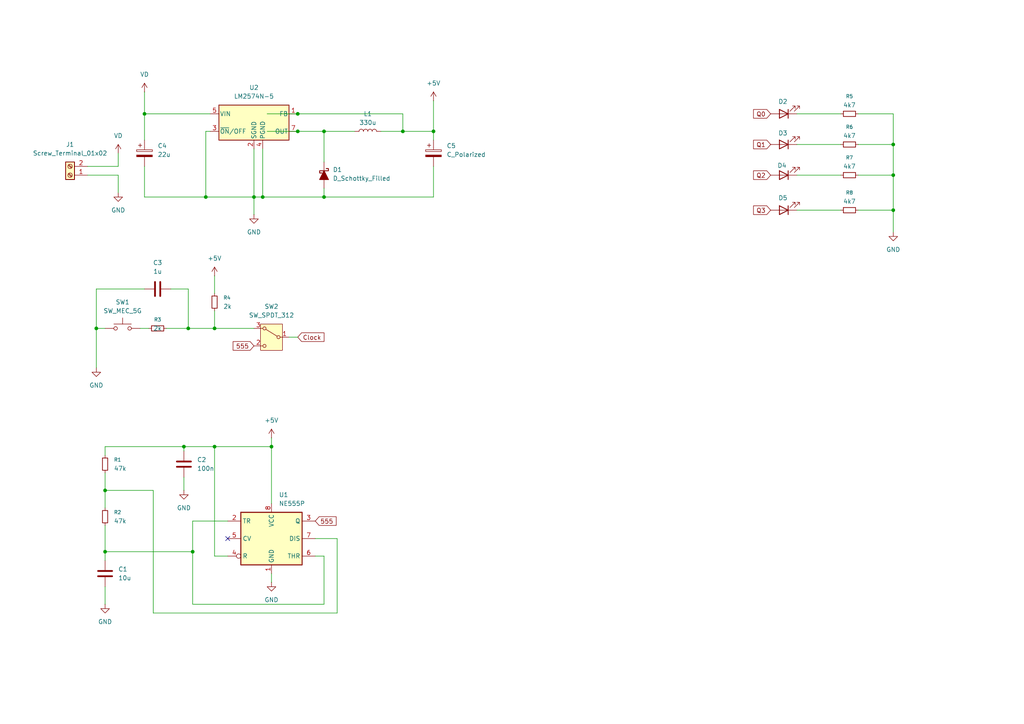
<source format=kicad_sch>
(kicad_sch (version 20250114) (generator "eeschema") (generator_version "9.0")
  (paper "A4")
  (title_block (title "BCD brojač") (date "2025-10-21") (rev "0") (company "TVZ") (comment 1 "izradio Ante Leko"))
  (lib_symbols
    (symbol "Connector:Screw_Terminal_01x02" (pin_names (offset 1.016) (hide yes))
      (property "Reference" "J" (at 0 2.54 0))
      (property "Value" "Screw_Terminal_01x02" (at 0 -5.08 0))
      (symbol "Screw_Terminal_01x02_1_1"
        (rectangle (start -1.27 1.27) (end 1.27 -3.81) (stroke (width 0.254)) (fill (type background)))
        (polyline (pts (xy -0.5334 0.3302) (xy 0.3302 -0.508)) (stroke (width 0.1524)))
        (polyline (pts (xy -0.5334 -2.2098) (xy 0.3302 -3.048)) (stroke (width 0.1524)))
        (polyline (pts (xy -0.3556 0.508) (xy 0.508 -0.3302)) (stroke (width 0.1524)))
        (polyline (pts (xy -0.3556 -2.032) (xy 0.508 -2.8702)) (stroke (width 0.1524)))
        (circle (center 0 0) (radius 0.635) (stroke (width 0.1524)))
        (circle (center 0 -2.54) (radius 0.635) (stroke (width 0.1524)))
        (pin passive line (at -5.08 0 0) (length 3.81) (name "Pin_1") (number "1"))
        (pin passive line (at -5.08 -2.54 0) (length 3.81) (name "Pin_2") (number "2"))
      )
    )
    (symbol "Device:C" (pin_numbers (hide yes)) (pin_names (offset 0.254))
      (property "Reference" "C" (at 0.635 2.54 0))
      (property "Value" "C" (at 0.635 -2.54 0))
      (symbol "C_0_1"
        (polyline (pts (xy -2.032 0.762) (xy 2.032 0.762)) (stroke (width 0.508)))
        (polyline (pts (xy -2.032 -0.762) (xy 2.032 -0.762)) (stroke (width 0.508)))
      )
      (symbol "C_1_1"
        (pin passive line (at 0 3.81 270) (length 2.794) (name "~") (number "1"))
        (pin passive line (at 0 -3.81 90) (length 2.794) (name "~") (number "2"))
      )
    )
    (symbol "Device:C_Polarized" (pin_numbers (hide yes)) (pin_names (offset 0.254))
      (property "Reference" "C" (at 0.635 2.54 0))
      (property "Value" "C_Polarized" (at 0.635 -2.54 0))
      (symbol "C_Polarized_0_1"
        (rectangle (start -2.286 0.508) (end 2.286 1.016))
        (polyline (pts (xy -1.778 2.286) (xy -0.762 2.286)))
        (polyline (pts (xy -1.27 2.794) (xy -1.27 1.778)))
        (rectangle (start 2.286 -0.508) (end -2.286 -1.016) (fill (type outline)))
      )
      (symbol "C_Polarized_1_1"
        (pin passive line (at 0 3.81 270) (length 2.794) (name "~") (number "1"))
        (pin passive line (at 0 -3.81 90) (length 2.794) (name "~") (number "2"))
      )
    )
    (symbol "Device:D_Schottky_Filled" (pin_numbers (hide yes)) (pin_names (offset 1.016) (hide yes))
      (property "Reference" "D" (at 0 2.54 0))
      (property "Value" "D_Schottky_Filled" (at 0 -2.54 0))
      (symbol "D_Schottky_Filled_0_1"
        (polyline (pts (xy -1.905 0.635) (xy -1.905 1.27) (xy -1.27 1.27) (xy -1.27 -1.27) (xy -0.635 -1.27) (xy -0.635 -0.635)) (stroke (width 0.254)))
        (polyline (pts (xy 1.27 1.27) (xy 1.27 -1.27) (xy -1.27 0) (xy 1.27 1.27)) (stroke (width 0.254)) (fill (type outline)))
        (polyline (pts (xy 1.27 0) (xy -1.27 0)))
      )
      (symbol "D_Schottky_Filled_1_1"
        (pin passive line (at -3.81 0 0) (length 2.54) (name "K") (number "1"))
        (pin passive line (at 3.81 0 180) (length 2.54) (name "A") (number "2"))
      )
    )
    (symbol "Device:L" (pin_numbers (hide yes)) (pin_names (offset 1.016) (hide yes))
      (property "Reference" "L" (at -1.27 0 90))
      (property "Value" "L" (at 1.905 0 90))
      (symbol "L_0_1"
        (arc (start 0 2.54) (mid 0.6323 1.905) (end 0 1.27))
        (arc (start 0 1.27) (mid 0.6323 0.635) (end 0 0))
        (arc (start 0 0) (mid 0.6323 -0.635) (end 0 -1.27))
        (arc (start 0 -1.27) (mid 0.6323 -1.905) (end 0 -2.54))
      )
      (symbol "L_1_1"
        (pin passive line (at 0 3.81 270) (length 1.27) (name "1") (number "1"))
        (pin passive line (at 0 -3.81 90) (length 1.27) (name "2") (number "2"))
      )
    )
    (symbol "Device:LED" (pin_numbers (hide yes)) (pin_names (offset 1.016) (hide yes))
      (property "Reference" "D" (at 0 2.54 0))
      (property "Value" "LED" (at 0 -2.54 0))
      (symbol "LED_0_1"
        (polyline (pts (xy -3.048 -0.762) (xy -4.572 -2.286) (xy -3.81 -2.286) (xy -4.572 -2.286) (xy -4.572 -1.524)))
        (polyline (pts (xy -1.778 -0.762) (xy -3.302 -2.286) (xy -2.54 -2.286) (xy -3.302 -2.286) (xy -3.302 -1.524)))
        (polyline (pts (xy -1.27 0) (xy 1.27 0)))
        (polyline (pts (xy -1.27 -1.27) (xy -1.27 1.27)) (stroke (width 0.254)))
        (polyline (pts (xy 1.27 -1.27) (xy 1.27 1.27) (xy -1.27 0) (xy 1.27 -1.27)) (stroke (width 0.254)))
      )
      (symbol "LED_1_1"
        (pin passive line (at -3.81 0 0) (length 2.54) (name "K") (number "1"))
        (pin passive line (at 3.81 0 180) (length 2.54) (name "A") (number "2"))
      )
    )
    (symbol "Device:R_Small" (pin_numbers (hide yes)) (pin_names (offset 0.254) (hide yes))
      (property "Reference" "R" (at 0 0 90))
      (property "Value" "R_Small" (at 1.778 0 90))
      (symbol "R_Small_0_1"
        (rectangle (start -0.762 1.778) (end 0.762 -1.778) (stroke (width 0.2032)))
      )
      (symbol "R_Small_1_1"
        (pin passive line (at 0 2.54 270) (length 0.762) (name "~") (number "1"))
        (pin passive line (at 0 -2.54 90) (length 0.762) (name "~") (number "2"))
      )
    )
    (symbol "Regulator_Switching:LM2574N-5" (pin_names (offset 0.254))
      (property "Reference" "U" (at -10.16 6.35 0))
      (property "Value" "LM2574N-5" (at 0 6.35 0))
      (symbol "LM2574N-5_0_1"
        (rectangle (start -10.16 5.08) (end 10.16 -5.08) (stroke (width 0.254)) (fill (type background)))
      )
      (symbol "LM2574N-5_1_1"
        (pin power_in line (at -12.7 2.54 0) (length 2.54) (name "VIN") (number "5"))
        (pin input line (at -12.7 -2.54 0) (length 2.54) (name "~{ON}/OFF") (number "3"))
        (pin no_connect line (at -10.16 0 0) (length 2.54) (hide yes) (name "NC") (number "6"))
        (pin power_in line (at 0 -7.62 90) (length 2.54) (name "SGND") (number "2"))
        (pin power_in line (at 2.54 -7.62 90) (length 2.54) (name "PGND") (number "4"))
        (pin no_connect line (at 10.16 0 180) (length 2.54) (hide yes) (name "NC") (number "8"))
        (pin input line (at 12.7 2.54 180) (length 2.54) (name "FB") (number "1"))
        (pin output line (at 12.7 -2.54 180) (length 2.54) (name "OUT") (number "7"))
      )
    )
    (symbol "Switch:SW_MEC_5G" (pin_numbers (hide yes)) (pin_names (offset 1.016) (hide yes))
      (property "Reference" "SW" (at 1.27 2.54 0))
      (property "Value" "SW_MEC_5G" (at 0 -1.524 0))
      (symbol "SW_MEC_5G_0_1"
        (circle (center -2.032 0) (radius 0.508))
        (polyline (pts (xy 0 1.27) (xy 0 3.048)))
        (circle (center 2.032 0) (radius 0.508))
        (polyline (pts (xy 2.54 1.27) (xy -2.54 1.27)))
        (pin passive line (at -5.08 0 0) (length 2.54) (name "A") (number "1"))
        (pin passive line (at 5.08 0 180) (length 2.54) (name "B") (number "3"))
      )
      (symbol "SW_MEC_5G_1_1"
        (pin passive line (at -5.08 0 0) (length 2.54) (hide yes) (name "A") (number "2"))
        (pin passive line (at 5.08 0 180) (length 2.54) (hide yes) (name "B") (number "4"))
      )
    )
    (symbol "Switch:SW_SPDT_312" (pin_names (offset 1) (hide yes))
      (property "Reference" "SW" (at 0 5.08 0))
      (property "Value" "SW_SPDT_312" (at 0 -5.08 0))
      (symbol "SW_SPDT_312_0_1"
        (circle (center -2.032 0) (radius 0.4572))
        (polyline (pts (xy -1.651 0.254) (xy 1.651 2.286)))
        (circle (center 2.032 2.54) (radius 0.4572))
        (circle (center 2.032 -2.54) (radius 0.4572))
      )
      (symbol "SW_SPDT_312_1_1"
        (rectangle (start -3.175 3.81) (end 3.175 -3.81) (fill (type background)))
        (pin passive line (at -5.08 0 0) (length 2.54) (name "B") (number "1"))
        (pin passive line (at 5.08 2.54 180) (length 2.54) (name "A") (number "3"))
        (pin passive line (at 5.08 -2.54 180) (length 2.54) (name "C") (number "2"))
      )
    )
    (symbol "Timer:NE555P"
      (property "Reference" "U" (at -10.16 8.89 0))
      (property "Value" "NE555P" (at 2.54 8.89 0))
      (symbol "NE555P_0_0"
        (pin power_in line (at 0 10.16 270) (length 2.54) (name "VCC") (number "8"))
        (pin power_in line (at 0 -10.16 90) (length 2.54) (name "GND") (number "1"))
      )
      (symbol "NE555P_0_1"
        (rectangle (start -8.89 -7.62) (end 8.89 7.62) (stroke (width 0.254)) (fill (type background)))
        (rectangle (start -8.89 -7.62) (end 8.89 7.62) (stroke (width 0.254)) (fill (type background)))
      )
      (symbol "NE555P_1_1"
        (pin input line (at -12.7 5.08 0) (length 3.81) (name "TR") (number "2"))
        (pin input line (at -12.7 0 0) (length 3.81) (name "CV") (number "5"))
        (pin input inverted (at -12.7 -5.08 0) (length 3.81) (name "R") (number "4"))
        (pin output line (at 12.7 5.08 180) (length 3.81) (name "Q") (number "3"))
        (pin input line (at 12.7 0 180) (length 3.81) (name "DIS") (number "7"))
        (pin input line (at 12.7 -5.08 180) (length 3.81) (name "THR") (number "6"))
      )
    )
    (symbol "power:+5V" (power) (pin_numbers (hide yes)) (pin_names (offset 0) (hide yes))
      (property "Value" "+5V" (at 0 3.556 0))
      (symbol "+5V_0_1"
        (polyline (pts (xy -0.762 1.27) (xy 0 2.54)))
        (polyline (pts (xy 0 2.54) (xy 0.762 1.27)))
        (polyline (pts (xy 0 0) (xy 0 2.54)))
      )
      (symbol "+5V_1_1"
        (pin power_in line (at 0 0 90) (length 0) (name "~") (number "1"))
      )
    )
    (symbol "power:GND" (power) (pin_numbers (hide yes)) (pin_names (offset 0) (hide yes))
      (property "Value" "GND" (at 0 -3.81 0))
      (symbol "GND_0_1"
        (polyline (pts (xy 0 0) (xy 0 -1.27) (xy 1.27 -1.27) (xy 0 -2.54) (xy -1.27 -1.27) (xy 0 -1.27)))
      )
      (symbol "GND_1_1"
        (pin power_in line (at 0 0 270) (length 0) (name "~") (number "1"))
      )
    )
    (symbol "power:VD" (power) (pin_numbers (hide yes)) (pin_names (offset 0) (hide yes))
      (property "Value" "VD" (at 0 3.556 0))
      (symbol "VD_0_1"
        (polyline (pts (xy -0.762 1.27) (xy 0 2.54)))
        (polyline (pts (xy 0 2.54) (xy 0.762 1.27)))
        (polyline (pts (xy 0 0) (xy 0 2.54)))
      )
      (symbol "VD_1_1"
        (pin power_in line (at 0 0 90) (length 0) (name "~") (number "1"))
      )
    )
  )
  (junction (at 27.94 95.25))
  (junction (at 54.61 95.25))
  (junction (at 78.74 129.54))
  (junction (at 62.23 129.54))
  (junction (at 86.36 38.1))
  (junction (at 73.66 57.15))
  (junction (at 30.48 160.02))
  (junction (at 30.48 142.24))
  (junction (at 93.98 38.1))
  (junction (at 62.23 95.25))
  (junction (at 86.36 33.02))
  (junction (at 259.08 50.8))
  (junction (at 53.34 129.54))
  (junction (at 76.2 57.15))
  (junction (at 116.84 38.1))
  (junction (at 259.08 60.96))
  (junction (at 55.88 160.02))
  (junction (at 125.73 38.1))
  (junction (at 41.91 33.02))
  (junction (at 59.69 57.15))
  (junction (at 259.08 41.91))
  (junction (at 93.98 57.15))
  (no_connect (at 66.04 156.21))
  (wire (pts (xy 55.88 151.13) (xy 55.88 160.02)))
  (wire (pts (xy 125.73 48.26) (xy 125.73 57.15)))
  (wire (pts (xy 30.48 129.54) (xy 30.48 132.08)))
  (wire (pts (xy 30.48 142.24) (xy 30.48 147.32)))
  (wire (pts (xy 25.4 50.8) (xy 34.29 50.8)))
  (wire (pts (xy 259.08 33.02) (xy 259.08 41.91)))
  (wire (pts (xy 27.94 95.25) (xy 30.48 95.25)))
  (wire (pts (xy 27.94 83.82) (xy 27.94 95.25)))
  (wire (pts (xy 25.4 48.26) (xy 34.29 48.26)))
  (wire (pts (xy 30.48 160.02) (xy 30.48 162.56)))
  (wire (pts (xy 41.91 57.15) (xy 59.69 57.15)))
  (wire (pts (xy 125.73 57.15) (xy 93.98 57.15)))
  (wire (pts (xy 62.23 80.01) (xy 62.23 85.09)))
  (wire (pts (xy 125.73 40.64) (xy 125.73 38.1)))
  (wire (pts (xy 62.23 129.54) (xy 62.23 161.29)))
  (wire (pts (xy 41.91 26.67) (xy 41.91 33.02)))
  (wire (pts (xy 62.23 95.25) (xy 73.66 95.25)))
  (wire (pts (xy 66.04 161.29) (xy 62.23 161.29)))
  (wire (pts (xy 44.45 142.24) (xy 30.48 142.24)))
  (wire (pts (xy 73.66 43.18) (xy 73.66 57.15)))
  (wire (pts (xy 231.14 50.8) (xy 243.84 50.8)))
  (wire (pts (xy 83.82 97.79) (xy 86.36 97.79)))
  (wire (pts (xy 30.48 137.16) (xy 30.48 142.24)))
  (wire (pts (xy 66.04 151.13) (xy 55.88 151.13)))
  (wire (pts (xy 53.34 130.81) (xy 53.34 129.54)))
  (wire (pts (xy 30.48 170.18) (xy 30.48 175.26)))
  (wire (pts (xy 259.08 41.91) (xy 259.08 50.8)))
  (wire (pts (xy 48.26 95.25) (xy 54.61 95.25)))
  (wire (pts (xy 41.91 33.02) (xy 60.96 33.02)))
  (wire (pts (xy 49.53 83.82) (xy 54.61 83.82)))
  (wire (pts (xy 116.84 38.1) (xy 110.49 38.1)))
  (wire (pts (xy 41.91 83.82) (xy 27.94 83.82)))
  (wire (pts (xy 73.66 57.15) (xy 76.2 57.15)))
  (wire (pts (xy 93.98 161.29) (xy 93.98 175.26)))
  (wire (pts (xy 30.48 129.54) (xy 53.34 129.54)))
  (wire (pts (xy 76.2 57.15) (xy 93.98 57.15)))
  (wire (pts (xy 97.79 156.21) (xy 97.79 177.8)))
  (wire (pts (xy 62.23 90.17) (xy 62.23 95.25)))
  (wire (pts (xy 53.34 142.24) (xy 53.34 138.43)))
  (wire (pts (xy 54.61 83.82) (xy 54.61 95.25)))
  (wire (pts (xy 41.91 48.26) (xy 41.91 57.15)))
  (wire (pts (xy 53.34 129.54) (xy 62.23 129.54)))
  (wire (pts (xy 259.08 60.96) (xy 259.08 67.31)))
  (wire (pts (xy 93.98 57.15) (xy 93.98 54.61)))
  (wire (pts (xy 77.47 33.02) (xy 86.36 33.02)))
  (wire (pts (xy 73.66 57.15) (xy 73.66 62.23)))
  (wire (pts (xy 55.88 160.02) (xy 55.88 175.26)))
  (wire (pts (xy 78.74 129.54) (xy 78.74 146.05)))
  (wire (pts (xy 248.92 50.8) (xy 259.08 50.8)))
  (wire (pts (xy 76.2 43.18) (xy 76.2 57.15)))
  (wire (pts (xy 259.08 50.8) (xy 259.08 60.96)))
  (wire (pts (xy 86.36 33.02) (xy 116.84 33.02)))
  (wire (pts (xy 125.73 29.21) (xy 125.73 38.1)))
  (wire (pts (xy 55.88 160.02) (xy 30.48 160.02)))
  (wire (pts (xy 248.92 33.02) (xy 259.08 33.02)))
  (wire (pts (xy 248.92 60.96) (xy 259.08 60.96)))
  (wire (pts (xy 27.94 95.25) (xy 27.94 106.68)))
  (wire (pts (xy 93.98 38.1) (xy 102.87 38.1)))
  (wire (pts (xy 231.14 41.91) (xy 243.84 41.91)))
  (wire (pts (xy 34.29 48.26) (xy 34.29 44.45)))
  (wire (pts (xy 93.98 38.1) (xy 93.98 46.99)))
  (wire (pts (xy 91.44 156.21) (xy 97.79 156.21)))
  (wire (pts (xy 30.48 152.4) (xy 30.48 160.02)))
  (wire (pts (xy 54.61 95.25) (xy 62.23 95.25)))
  (wire (pts (xy 248.92 41.91) (xy 259.08 41.91)))
  (wire (pts (xy 93.98 175.26) (xy 55.88 175.26)))
  (wire (pts (xy 125.73 38.1) (xy 116.84 38.1)))
  (wire (pts (xy 40.64 95.25) (xy 43.18 95.25)))
  (wire (pts (xy 34.29 50.8) (xy 34.29 55.88)))
  (wire (pts (xy 91.44 161.29) (xy 93.98 161.29)))
  (wire (pts (xy 231.14 60.96) (xy 243.84 60.96)))
  (wire (pts (xy 97.79 177.8) (xy 44.45 177.8)))
  (wire (pts (xy 44.45 177.8) (xy 44.45 142.24)))
  (wire (pts (xy 78.74 127) (xy 78.74 129.54)))
  (wire (pts (xy 60.96 38.1) (xy 59.69 38.1)))
  (wire (pts (xy 59.69 38.1) (xy 59.69 57.15)))
  (wire (pts (xy 62.23 129.54) (xy 78.74 129.54)))
  (wire (pts (xy 77.47 38.1) (xy 86.36 38.1)))
  (wire (pts (xy 59.69 57.15) (xy 73.66 57.15)))
  (wire (pts (xy 86.36 38.1) (xy 93.98 38.1)))
  (wire (pts (xy 41.91 33.02) (xy 41.91 40.64)))
  (wire (pts (xy 78.74 166.37) (xy 78.74 168.91)))
  (wire (pts (xy 116.84 33.02) (xy 116.84 38.1)))
  (wire (pts (xy 231.14 33.02) (xy 243.84 33.02)))
  (global_label "555" (shape input) (at 73.66 100.33 180) (property "Intersheetrefs" "${INTERSHEET_REFS}" (effects (hide yes))))
  (global_label "Q0" (shape input) (at 223.52 33.02 180) (property "Intersheetrefs" "${INTERSHEET_REFS}" (effects (hide yes))))
  (global_label "Clock" (shape input) (at 86.36 97.79 0) (property "Intersheetrefs" "${INTERSHEET_REFS}" (effects (hide yes))))
  (global_label "555" (shape input) (at 91.44 151.13 0) (property "Intersheetrefs" "${INTERSHEET_REFS}" (effects (hide yes))))
  (global_label "Q2" (shape input) (at 223.52 50.8 180) (property "Intersheetrefs" "${INTERSHEET_REFS}" (effects (hide yes))))
  (global_label "Q1" (shape input) (at 223.52 41.91 180) (property "Intersheetrefs" "${INTERSHEET_REFS}" (effects (hide yes))))
  (global_label "Q3" (shape input) (at 223.52 60.96 180) (property "Intersheetrefs" "${INTERSHEET_REFS}" (effects (hide yes))))
  (symbol (lib_id "Device:R_Small") (at 246.38 33.02 90) (unit 1)
    (property "Reference" "R5" (at 246.38 27.94 90) (effects (font (size 1.016 1.016))))
    (property "Value" "4k7" (at 246.38 30.48 90))
    (property "Description" "Resistor, small symbol" (effects (hide yes)))
  )
  (symbol (lib_id "Regulator_Switching:LM2574N-5") (at 73.66 35.56 0) (unit 1)
    (property "Reference" "U2" (at 73.66 25.4 0))
    (property "Value" "LM2574N-5" (at 73.66 27.94 0))
    (property "Footprint" "Package_DIP:DIP-8_W7.62mm" (effects (hide yes)))
    (property "Datasheet" "http://www.national.com/ds/LM/LM2574.pdf" (effects (hide yes)))
    (property "Description" "5V, 0.5A SIMPLE SWITCHER® Step-Down Voltage Regulator, DIP-8" (effects (hide yes)))
  )
  (symbol (lib_id "power:GND") (at 73.66 62.23 0) (unit 1)
    (property "Reference" "#PWR08" (effects (hide yes)))
    (property "Value" "GND" (at 73.66 67.31 0))
    (property "Description" "Power symbol creates a global label with name \"GND\" , ground" (effects (hide yes)))
  )
  (symbol (lib_id "power:GND") (at 34.29 55.88 0) (unit 1)
    (property "Reference" "#PWR011" (effects (hide yes)))
    (property "Value" "GND" (at 34.29 60.96 0))
    (property "Description" "Power symbol creates a global label with name \"GND\" , ground" (effects (hide yes)))
  )
  (symbol (lib_id "power:GND") (at 259.08 67.31 0) (unit 1)
    (property "Reference" "#PWR012" (effects (hide yes)))
    (property "Value" "GND" (at 259.08 72.39 0))
    (property "Description" "Power symbol creates a global label with name \"GND\" , ground" (effects (hide yes)))
  )
  (symbol (lib_id "Device:R_Small") (at 45.72 95.25 90) (unit 1)
    (property "Reference" "R3" (at 45.72 92.71 90) (effects (font (size 1.016 1.016))))
    (property "Value" "2k" (at 45.72 95.25 90))
    (property "Description" "Resistor, small symbol" (effects (hide yes)))
  )
  (symbol (lib_id "power:VD") (at 34.29 44.45 0) (unit 1)
    (property "Reference" "#PWR010" (effects (hide yes)))
    (property "Value" "VD" (at 34.29 39.37 0))
    (property "Description" "Power symbol creates a global label with name \"VD\"" (effects (hide yes)))
  )
  (symbol (lib_id "Device:L") (at 106.68 38.1 90) (unit 1)
    (property "Reference" "L1" (at 106.68 33.02 90))
    (property "Value" "330u" (at 106.68 35.56 90))
    (property "Description" "Inductor" (effects (hide yes)))
  )
  (symbol (lib_id "power:GND") (at 27.94 106.68 0) (unit 1)
    (property "Reference" "#PWR06" (effects (hide yes)))
    (property "Value" "GND" (at 27.94 111.76 0))
    (property "Description" "Power symbol creates a global label with name \"GND\" , ground" (effects (hide yes)))
  )
  (symbol (lib_id "Device:C") (at 53.34 134.62 0) (unit 1)
    (property "Reference" "C2" (at 57.15 133.3499 0) (effects (justify left)))
    (property "Value" "100n" (at 57.15 135.8899 0) (effects (justify left)))
    (property "Description" "Unpolarized capacitor" (effects (hide yes)))
  )
  (symbol (lib_id "Device:C_Polarized") (at 41.91 44.45 0) (unit 1)
    (property "Reference" "C4" (at 45.72 42.2909 0) (effects (justify left)))
    (property "Value" "22u" (at 45.72 44.8309 0) (effects (justify left)))
    (property "Description" "Polarized capacitor" (effects (hide yes)))
  )
  (symbol (lib_id "power:+5V") (at 62.23 80.01 0) (unit 1)
    (property "Reference" "#PWR05" (effects (hide yes)))
    (property "Value" "+5V" (at 62.23 74.93 0))
    (property "Description" "Power symbol creates a global label with name \"+5V\"" (effects (hide yes)))
  )
  (symbol (lib_id "Device:LED") (at 227.33 50.8 180) (unit 1)
    (property "Reference" "D4" (at 226.822 48.006 0))
    (property "Value" "LED" (effects (hide yes)))
    (property "Description" "Light emitting diode" (effects (hide yes)))
    (property "Sim.Pins" "1=K 2=A" (effects (hide yes)))
  )
  (symbol (lib_id "Device:C") (at 30.48 166.37 0) (unit 1)
    (property "Reference" "C1" (at 34.29 165.0999 0) (effects (justify left)))
    (property "Value" "10u" (at 34.29 167.6399 0) (effects (justify left)))
    (property "Description" "Unpolarized capacitor" (effects (hide yes)))
  )
  (symbol (lib_id "Switch:SW_SPDT_312") (at 78.74 97.79 0) (mirror y) (unit 1)
    (property "Reference" "SW2" (at 78.74 88.9 0))
    (property "Value" "SW_SPDT_312" (at 78.74 91.44 0))
    (property "Description" "Switch, single pole double throw" (effects (hide yes)))
  )
  (symbol (lib_id "power:GND") (at 78.74 168.91 0) (unit 1)
    (property "Reference" "#PWR02" (effects (hide yes)))
    (property "Value" "GND" (at 78.74 173.99 0))
    (property "Description" "Power symbol creates a global label with name \"GND\" , ground" (effects (hide yes)))
  )
  (symbol (lib_id "Device:C_Polarized") (at 125.73 44.45 0) (unit 1)
    (property "Reference" "C5" (at 129.54 42.2909 0) (effects (justify left)))
    (property "Value" "C_Polarized" (at 129.54 44.8309 0) (effects (justify left)))
    (property "Description" "Polarized capacitor" (effects (hide yes)))
  )
  (symbol (lib_id "Device:LED") (at 227.33 33.02 180) (unit 1)
    (property "Reference" "D2" (at 227.076 29.464 0))
    (property "Value" "LED" (effects (hide yes)))
    (property "Description" "Light emitting diode" (effects (hide yes)))
    (property "Sim.Pins" "1=K 2=A" (effects (hide yes)))
  )
  (symbol (lib_id "Device:R_Small") (at 30.48 134.62 0) (unit 1)
    (property "Reference" "R1" (at 33.02 133.3499 0) (effects (font (size 1.016 1.016)) (justify left)))
    (property "Value" "47k" (at 33.02 135.8899 0) (effects (justify left)))
    (property "Description" "Resistor, small symbol" (effects (hide yes)))
  )
  (symbol (lib_id "power:GND") (at 53.34 142.24 0) (unit 1)
    (property "Reference" "#PWR03" (effects (hide yes)))
    (property "Value" "GND" (at 53.34 147.32 0))
    (property "Description" "Power symbol creates a global label with name \"GND\" , ground" (effects (hide yes)))
  )
  (symbol (lib_id "Device:R_Small") (at 30.48 149.86 0) (unit 1)
    (property "Reference" "R2" (at 33.02 148.5899 0) (effects (font (size 1.016 1.016)) (justify left)))
    (property "Value" "47k" (at 33.02 151.1299 0) (effects (justify left)))
    (property "Description" "Resistor, small symbol" (effects (hide yes)))
  )
  (symbol (lib_id "Device:D_Schottky_Filled") (at 93.98 50.8 270) (unit 1)
    (property "Reference" "D1" (at 96.52 49.2124 90) (effects (justify left)))
    (property "Value" "D_Schottky_Filled" (at 96.52 51.7524 90) (effects (justify left)))
    (property "Description" "Schottky diode, filled shape" (effects (hide yes)))
  )
  (symbol (lib_id "Device:R_Small") (at 246.38 50.8 90) (unit 1)
    (property "Reference" "R7" (at 246.38 45.72 90) (effects (font (size 1.016 1.016))))
    (property "Value" "4k7" (at 246.38 48.26 90))
    (property "Description" "Resistor, small symbol" (effects (hide yes)))
  )
  (symbol (lib_id "power:VD") (at 41.91 26.67 0) (unit 1)
    (property "Reference" "#PWR07" (effects (hide yes)))
    (property "Value" "VD" (at 41.91 21.59 0))
    (property "Description" "Power symbol creates a global label with name \"VD\"" (effects (hide yes)))
  )
  (symbol (lib_id "Timer:NE555P") (at 78.74 156.21 0) (unit 1)
    (property "Reference" "U1" (at 80.8833 143.51 0) (effects (justify left)))
    (property "Value" "NE555P" (at 80.8833 146.05 0) (effects (justify left)))
    (property "Footprint" "Package_DIP:DIP-8_W7.62mm" (effects (hide yes)))
    (property "Datasheet" "http://www.ti.com/lit/ds/symlink/ne555.pdf" (effects (hide yes)))
    (property "Description" "Precision Timers, 555 compatible,  PDIP-8" (effects (hide yes)))
  )
  (symbol (lib_id "power:+5V") (at 78.74 127 0) (unit 1)
    (property "Reference" "#PWR01" (effects (hide yes)))
    (property "Value" "+5V" (at 78.74 121.92 0))
    (property "Description" "Power symbol creates a global label with name \"+5V\"" (effects (hide yes)))
  )
  (symbol (lib_id "Device:C") (at 45.72 83.82 90) (unit 1)
    (property "Reference" "C3" (at 45.72 76.2 90))
    (property "Value" "1u" (at 45.72 78.74 90))
    (property "Description" "Unpolarized capacitor" (effects (hide yes)))
  )
  (symbol (lib_id "Device:R_Small") (at 246.38 60.96 90) (unit 1)
    (property "Reference" "R8" (at 246.38 55.88 90) (effects (font (size 1.016 1.016))))
    (property "Value" "4k7" (at 246.38 58.42 90))
    (property "Description" "Resistor, small symbol" (effects (hide yes)))
  )
  (symbol (lib_id "Device:LED") (at 227.33 60.96 180) (unit 1)
    (property "Reference" "D5" (at 227.076 57.404 0))
    (property "Description" "Light emitting diode" (effects (hide yes)))
    (property "Sim.Pins" "1=K 2=A" (effects (hide yes)))
  )
  (symbol (lib_id "Switch:SW_MEC_5G") (at 35.56 95.25 0) (unit 1)
    (property "Reference" "SW1" (at 35.56 87.63 0))
    (property "Value" "SW_MEC_5G" (at 35.56 90.17 0))
    (property "Datasheet" "http://www.apem.com/int/index.php?controller=attachment&id_attachment=488" (effects (hide yes)))
    (property "Description" "MEC 5G single pole normally-open tactile switch" (effects (hide yes)))
  )
  (symbol (lib_id "Device:R_Small") (at 246.38 41.91 90) (unit 1)
    (property "Reference" "R6" (at 246.38 36.83 90) (effects (font (size 1.016 1.016))))
    (property "Value" "4k7" (at 246.38 39.37 90))
    (property "Description" "Resistor, small symbol" (effects (hide yes)))
  )
  (symbol (lib_id "Device:LED") (at 227.33 41.91 180) (unit 1)
    (property "Reference" "D3" (at 227.076 38.608 0))
    (property "Value" "LED" (effects (hide yes)))
    (property "Description" "Light emitting diode" (effects (hide yes)))
    (property "Sim.Pins" "1=K 2=A" (effects (hide yes)))
  )
  (symbol (lib_id "power:+5V") (at 125.73 29.21 0) (unit 1)
    (property "Reference" "#PWR09" (effects (hide yes)))
    (property "Value" "+5V" (at 125.73 24.13 0))
    (property "Description" "Power symbol creates a global label with name \"+5V\"" (effects (hide yes)))
  )
  (symbol (lib_id "Device:R_Small") (at 62.23 87.63 180) (unit 1)
    (property "Reference" "R4" (at 64.77 86.3599 0) (effects (font (size 1.016 1.016)) (justify right)))
    (property "Value" "2k" (at 64.77 88.8999 0) (effects (justify right)))
    (property "Description" "Resistor, small symbol" (effects (hide yes)))
  )
  (symbol (lib_id "power:GND") (at 30.48 175.26 0) (unit 1)
    (property "Reference" "#PWR04" (effects (hide yes)))
    (property "Value" "GND" (at 30.48 180.34 0))
    (property "Description" "Power symbol creates a global label with name \"GND\" , ground" (effects (hide yes)))
  )
  (symbol (lib_id "Connector:Screw_Terminal_01x02") (at 20.32 50.8 180) (unit 1)
    (property "Reference" "J1" (at 20.32 41.91 0))
    (property "Value" "Screw_Terminal_01x02" (at 20.32 44.45 0))
    (property "Description" "Generic screw terminal, single row, 01x02, script generated (kicad-library-utils/schlib/autogen/connector/)" (effects (hide yes)))
  )
)
</source>
